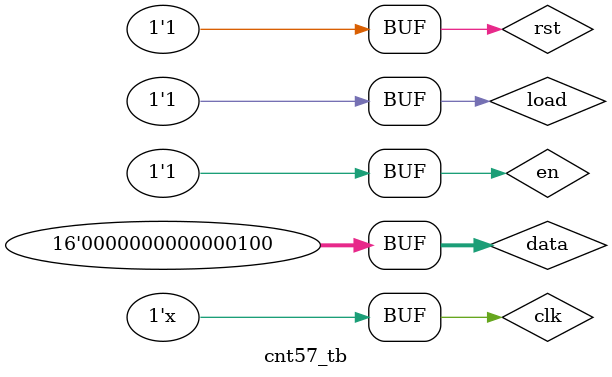
<source format=v>
`timescale 10ns/1ns
module cnt57_tb();
reg clk, en, rst,load;
reg[15:0]data;
wire[15:0]dout;
wire cout;

always #3 clk = ~clk;

initial begin
#0 clk = 1'b0;
#0 rst = 1'b1; #20 rst = 1'b0; #2 rst = 1'b1;
end
initial begin
#0 en = 1'b0; #5 en = 1'b1;
end
initial begin

#0 load=1'b1; #49 load =1'b0;#3 load=1'b1;

end

initial begin
#0 data = 15'h7; #30 data = 15'h2; #30 data = 15'h5; #30 data = 15'h4;
end
cnt57 U1(.clk(clk), .rst(rst), .data(data), .en(en), .cout(cout), .dout(dout),.load(load));
endmodule

</source>
